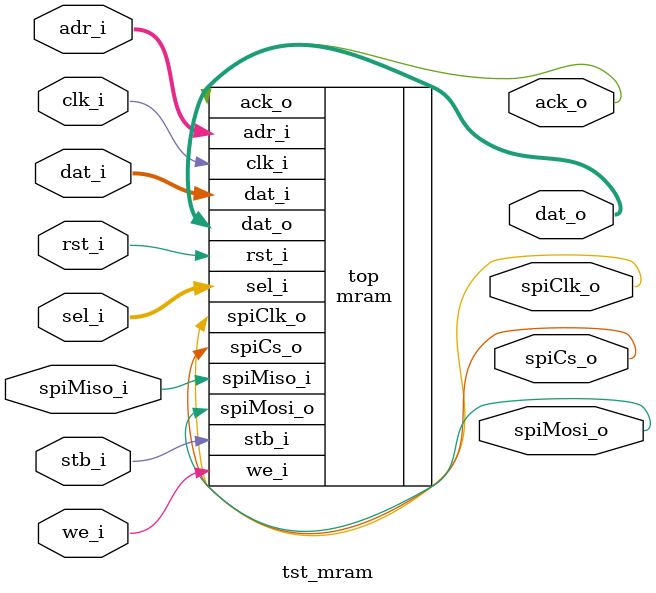
<source format=v>
`include "mram.v"
`timescale 1ns/1ns

module tst_mram (
    input clk_i,
    input rst_i,
    input stb_i,
    input we_i,
    input [3:0] sel_i,
    input [31:0] dat_i,
    output reg [31:0] dat_o,
    input [29:0] adr_i,
    output ack_o,
    output reg spiCs_o,
    output reg spiClk_o,
    output reg spiMosi_o,
    input spiMiso_i
);

mram #(.SPISPED(1)) top(
    .clk_i(clk_i),
    .rst_i(rst_i),
    .stb_i(stb_i),
    .we_i(we_i),
    .sel_i(sel_i),
    .dat_i(dat_i),
    .dat_o(dat_o),
    .adr_i(adr_i),
    .ack_o(ack_o),
    .spiCs_o(spiCs_o),
    .spiClk_o(spiClk_o),
    .spiMosi_o(spiMosi_o),
    .spiMiso_i(spiMiso_i)
);

initial begin
    $dumpfile("logs/vlt_dump.vcd");
    $dumpvars();
end
    
endmodule

</source>
